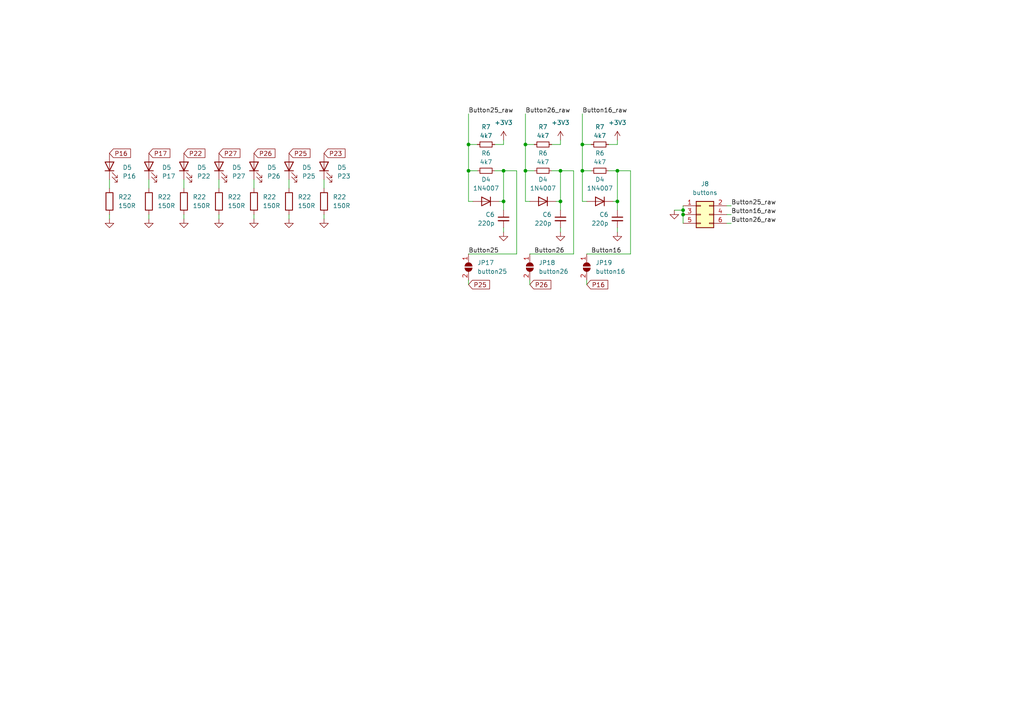
<source format=kicad_sch>
(kicad_sch (version 20230121) (generator eeschema)
  (paper "A4")
  (lib_symbols
    (symbol "Connector_Generic:Conn_02x03_Odd_Even" (pin_names (offset 1.016) hide)
      (property "Reference" "J" (at 1.27 5.08 0))
      (property "Value" "Conn_02x03_Odd_Even" (at 1.27 -5.08 0))
      (symbol "Conn_02x03_Odd_Even_1_1"
        (rectangle (start -1.27 -2.413) (end 0 -2.667) (stroke (width 0.1524)))
        (rectangle (start -1.27 0.127) (end 0 -0.127) (stroke (width 0.1524)))
        (rectangle (start -1.27 2.667) (end 0 2.413) (stroke (width 0.1524)))
        (rectangle (start -1.27 3.81) (end 3.81 -3.81) (stroke (width 0.254)) (fill (type background)))
        (rectangle (start 3.81 -2.413) (end 2.54 -2.667) (stroke (width 0.1524)))
        (rectangle (start 3.81 0.127) (end 2.54 -0.127) (stroke (width 0.1524)))
        (rectangle (start 3.81 2.667) (end 2.54 2.413) (stroke (width 0.1524)))
        (pin passive line (at -5.08 2.54 0) (length 3.81) (name "Pin_1") (number "1"))
        (pin passive line (at 7.62 2.54 180) (length 3.81) (name "Pin_2") (number "2"))
        (pin passive line (at -5.08 0 0) (length 3.81) (name "Pin_3") (number "3"))
        (pin passive line (at 7.62 0 180) (length 3.81) (name "Pin_4") (number "4"))
        (pin passive line (at -5.08 -2.54 0) (length 3.81) (name "Pin_5") (number "5"))
        (pin passive line (at 7.62 -2.54 180) (length 3.81) (name "Pin_6") (number "6"))
      )
    )
    (symbol "Device:C_Small" (pin_numbers hide) (pin_names (offset 0.254) hide)
      (property "Reference" "C" (at 0.254 1.778 0))
      (property "Value" "C_Small" (at 0.254 -2.032 0))
      (symbol "C_Small_0_1"
        (polyline (pts (xy -1.524 -0.508) (xy 1.524 -0.508)) (stroke (width 0.3302)))
        (polyline (pts (xy -1.524 0.508) (xy 1.524 0.508)) (stroke (width 0.3048)))
      )
      (symbol "C_Small_1_1"
        (pin passive line (at 0 2.54 270) (length 2.032) (name "~") (number "1"))
        (pin passive line (at 0 -2.54 90) (length 2.032) (name "~") (number "2"))
      )
    )
    (symbol "Device:LED" (pin_numbers hide) (pin_names (offset 1.016) hide)
      (property "Reference" "D" (at 0 2.54 0))
      (property "Value" "LED" (at 0 -2.54 0))
      (symbol "LED_0_1"
        (polyline (pts (xy -1.27 -1.27) (xy -1.27 1.27)) (stroke (width 0.254)))
        (polyline (pts (xy -1.27 0) (xy 1.27 0)))
        (polyline (pts (xy 1.27 -1.27) (xy 1.27 1.27) (xy -1.27 0) (xy 1.27 -1.27)) (stroke (width 0.254)))
        (polyline (pts (xy -3.048 -0.762) (xy -4.572 -2.286) (xy -3.81 -2.286) (xy -4.572 -2.286) (xy -4.572 -1.524)))
        (polyline (pts (xy -1.778 -0.762) (xy -3.302 -2.286) (xy -2.54 -2.286) (xy -3.302 -2.286) (xy -3.302 -1.524)))
      )
      (symbol "LED_1_1"
        (pin passive line (at -3.81 0 0) (length 2.54) (name "K") (number "1"))
        (pin passive line (at 3.81 0 180) (length 2.54) (name "A") (number "2"))
      )
    )
    (symbol "Device:R" (pin_numbers hide) (pin_names (offset 0))
      (property "Reference" "R" (at 2.032 0 90))
      (property "Value" "R" (at 0 0 90))
      (symbol "R_0_1"
        (rectangle (start -1.016 -2.54) (end 1.016 2.54) (stroke (width 0.254)))
      )
      (symbol "R_1_1"
        (pin passive line (at 0 3.81 270) (length 1.27) (name "~") (number "1"))
        (pin passive line (at 0 -3.81 90) (length 1.27) (name "~") (number "2"))
      )
    )
    (symbol "Device:R_Small" (pin_numbers hide) (pin_names (offset 0.254) hide)
      (property "Reference" "R" (at 0.762 0.508 0))
      (property "Value" "R_Small" (at 0.762 -1.016 0))
      (symbol "R_Small_0_1"
        (rectangle (start -0.762 1.778) (end 0.762 -1.778) (stroke (width 0.2032)))
      )
      (symbol "R_Small_1_1"
        (pin passive line (at 0 2.54 270) (length 0.762) (name "~") (number "1"))
        (pin passive line (at 0 -2.54 90) (length 0.762) (name "~") (number "2"))
      )
    )
    (symbol "Diode:1N4007" (pin_numbers hide) (pin_names hide)
      (property "Reference" "D" (at 0 2.54 0))
      (property "Value" "1N4007" (at 0 -2.54 0))
      (symbol "1N4007_0_1"
        (polyline (pts (xy -1.27 1.27) (xy -1.27 -1.27)) (stroke (width 0.254)))
        (polyline (pts (xy 1.27 0) (xy -1.27 0)))
        (polyline (pts (xy 1.27 1.27) (xy 1.27 -1.27) (xy -1.27 0) (xy 1.27 1.27)) (stroke (width 0.254)))
      )
      (symbol "1N4007_1_1"
        (pin passive line (at -3.81 0 0) (length 2.54) (name "K") (number "1"))
        (pin passive line (at 3.81 0 180) (length 2.54) (name "A") (number "2"))
      )
    )
    (symbol "Jumper:SolderJumper_2_Open" (pin_names (offset 0) hide)
      (property "Reference" "JP" (at 0 2.032 0))
      (property "Value" "SolderJumper_2_Open" (at 0 -2.54 0))
      (symbol "SolderJumper_2_Open_0_1"
        (arc (start -0.254 1.016) (mid -1.2656 0) (end -0.254 -1.016))
        (arc (start -0.254 1.016) (mid -1.2656 0) (end -0.254 -1.016) (fill (type outline)))
        (polyline (pts (xy -0.254 1.016) (xy -0.254 -1.016)))
        (polyline (pts (xy 0.254 1.016) (xy 0.254 -1.016)))
        (arc (start 0.254 -1.016) (mid 1.2656 0) (end 0.254 1.016))
        (arc (start 0.254 -1.016) (mid 1.2656 0) (end 0.254 1.016) (fill (type outline)))
      )
      (symbol "SolderJumper_2_Open_1_1"
        (pin passive line (at -3.81 0 0) (length 2.54) (name "A") (number "1"))
        (pin passive line (at 3.81 0 180) (length 2.54) (name "B") (number "2"))
      )
    )
    (symbol "power:+3V3" (power) (pin_names (offset 0))
      (property "Value" "+3V3" (at 0 3.556 0))
      (symbol "+3V3_0_1"
        (polyline (pts (xy -0.762 1.27) (xy 0 2.54)))
        (polyline (pts (xy 0 0) (xy 0 2.54)))
        (polyline (pts (xy 0 2.54) (xy 0.762 1.27)))
      )
      (symbol "+3V3_1_1"
        (pin power_in line (at 0 0 90) (length 0) hide (name "+3V3") (number "1"))
      )
    )
    (symbol "power:GND" (power) (pin_names (offset 0))
      (property "Value" "GND" (at 0 -3.81 0))
      (symbol "GND_0_1"
        (polyline (pts (xy 0 0) (xy 0 -1.27) (xy 1.27 -1.27) (xy 0 -2.54) (xy -1.27 -1.27) (xy 0 -1.27)))
      )
      (symbol "GND_1_1"
        (pin power_in line (at 0 0 270) (length 0) hide (name "GND") (number "1"))
      )
    )
  )
  (junction (at 146.05 58.42))
  (junction (at 135.89 49.53))
  (junction (at 146.05 49.53))
  (junction (at 152.4 49.53))
  (junction (at 152.4 41.91))
  (junction (at 198.12 60.96))
  (junction (at 162.56 58.42))
  (junction (at 179.07 49.53))
  (junction (at 179.07 58.42))
  (junction (at 168.91 41.91))
  (junction (at 198.12 62.23))
  (junction (at 135.89 41.91))
  (junction (at 162.56 49.53))
  (junction (at 168.91 49.53))
  (wire (pts (xy 168.91 58.42) (xy 168.91 49.53)))
  (wire (pts (xy 63.5 63.5) (xy 63.5 62.23)))
  (wire (pts (xy 135.89 41.91) (xy 135.89 49.53)))
  (wire (pts (xy 179.07 58.42) (xy 179.07 60.96)))
  (wire (pts (xy 168.91 49.53) (xy 171.45 49.53)))
  (wire (pts (xy 146.05 58.42) (xy 146.05 60.96)))
  (wire (pts (xy 195.58 60.96) (xy 198.12 60.96)))
  (wire (pts (xy 212.09 62.23) (xy 210.82 62.23)))
  (wire (pts (xy 73.66 54.61) (xy 73.66 52.07)))
  (wire (pts (xy 152.4 58.42) (xy 152.4 49.53)))
  (wire (pts (xy 168.91 41.91) (xy 171.45 41.91)))
  (wire (pts (xy 212.09 59.69) (xy 210.82 59.69)))
  (wire (pts (xy 198.12 60.96) (xy 198.12 62.23)))
  (wire (pts (xy 93.98 54.61) (xy 93.98 52.07)))
  (wire (pts (xy 152.4 41.91) (xy 154.94 41.91)))
  (wire (pts (xy 135.89 33.02) (xy 135.89 41.91)))
  (wire (pts (xy 152.4 33.02) (xy 152.4 41.91)))
  (wire (pts (xy 135.89 58.42) (xy 135.89 49.53)))
  (wire (pts (xy 135.89 82.55) (xy 135.89 81.28)))
  (wire (pts (xy 168.91 58.42) (xy 170.18 58.42)))
  (wire (pts (xy 182.88 49.53) (xy 179.07 49.53)))
  (wire (pts (xy 212.09 64.77) (xy 210.82 64.77)))
  (wire (pts (xy 168.91 33.02) (xy 168.91 41.91)))
  (wire (pts (xy 162.56 41.91) (xy 160.02 41.91)))
  (wire (pts (xy 135.89 49.53) (xy 138.43 49.53)))
  (wire (pts (xy 162.56 66.04) (xy 162.56 67.31)))
  (wire (pts (xy 143.51 49.53) (xy 146.05 49.53)))
  (wire (pts (xy 198.12 62.23) (xy 198.12 64.77)))
  (wire (pts (xy 146.05 58.42) (xy 144.78 58.42)))
  (wire (pts (xy 53.34 63.5) (xy 53.34 62.23)))
  (wire (pts (xy 179.07 66.04) (xy 179.07 67.31)))
  (wire (pts (xy 152.4 58.42) (xy 153.67 58.42)))
  (wire (pts (xy 149.86 73.66) (xy 149.86 49.53)))
  (wire (pts (xy 170.18 82.55) (xy 170.18 81.28)))
  (wire (pts (xy 179.07 41.91) (xy 176.53 41.91)))
  (wire (pts (xy 160.02 49.53) (xy 162.56 49.53)))
  (wire (pts (xy 135.89 58.42) (xy 137.16 58.42)))
  (wire (pts (xy 73.66 63.5) (xy 73.66 62.23)))
  (wire (pts (xy 182.88 73.66) (xy 182.88 49.53)))
  (wire (pts (xy 153.67 73.66) (xy 166.37 73.66)))
  (wire (pts (xy 162.56 49.53) (xy 162.56 58.42)))
  (wire (pts (xy 176.53 49.53) (xy 179.07 49.53)))
  (wire (pts (xy 146.05 41.91) (xy 143.51 41.91)))
  (wire (pts (xy 135.89 73.66) (xy 149.86 73.66)))
  (wire (pts (xy 53.34 54.61) (xy 53.34 52.07)))
  (wire (pts (xy 43.18 63.5) (xy 43.18 62.23)))
  (wire (pts (xy 162.56 58.42) (xy 162.56 60.96)))
  (wire (pts (xy 152.4 41.91) (xy 152.4 49.53)))
  (wire (pts (xy 179.07 40.64) (xy 179.07 41.91)))
  (wire (pts (xy 153.67 82.55) (xy 153.67 81.28)))
  (wire (pts (xy 43.18 54.61) (xy 43.18 52.07)))
  (wire (pts (xy 149.86 49.53) (xy 146.05 49.53)))
  (wire (pts (xy 168.91 41.91) (xy 168.91 49.53)))
  (wire (pts (xy 31.75 63.5) (xy 31.75 62.23)))
  (wire (pts (xy 83.82 63.5) (xy 83.82 62.23)))
  (wire (pts (xy 31.75 54.61) (xy 31.75 52.07)))
  (wire (pts (xy 83.82 54.61) (xy 83.82 52.07)))
  (wire (pts (xy 166.37 49.53) (xy 162.56 49.53)))
  (wire (pts (xy 170.18 73.66) (xy 182.88 73.66)))
  (wire (pts (xy 135.89 41.91) (xy 138.43 41.91)))
  (wire (pts (xy 146.05 66.04) (xy 146.05 67.31)))
  (wire (pts (xy 179.07 49.53) (xy 179.07 58.42)))
  (wire (pts (xy 198.12 59.69) (xy 198.12 60.96)))
  (wire (pts (xy 93.98 63.5) (xy 93.98 62.23)))
  (wire (pts (xy 162.56 58.42) (xy 161.29 58.42)))
  (wire (pts (xy 63.5 54.61) (xy 63.5 52.07)))
  (wire (pts (xy 152.4 49.53) (xy 154.94 49.53)))
  (wire (pts (xy 162.56 40.64) (xy 162.56 41.91)))
  (wire (pts (xy 146.05 49.53) (xy 146.05 58.42)))
  (wire (pts (xy 166.37 73.66) (xy 166.37 49.53)))
  (wire (pts (xy 179.07 58.42) (xy 177.8 58.42)))
  (wire (pts (xy 146.05 40.64) (xy 146.05 41.91)))
  (label "Button26" (at 154.94 73.66 0))
  (label "Button26_raw" (at 212.09 64.77 0))
  (label "Button25_raw" (at 212.09 59.69 0))
  (label "Button25_raw" (at 135.89 33.02 0))
  (label "Button25" (at 135.89 73.66 0))
  (label "Button16" (at 171.45 73.66 0))
  (label "Button26_raw" (at 152.4 33.02 0))
  (label "Button16_raw" (at 168.91 33.02 0))
  (label "Button16_raw" (at 212.09 62.23 0))
  (global_label "P25" (shape input) (at 135.89 82.55 0) (property "Intersheetrefs" "${INTERSHEET_REFS}" (effects hide)))
  (global_label "P27" (shape input) (at 63.5 44.45 0) (property "Intersheetrefs" "${INTERSHEET_REFS}" (effects hide)))
  (global_label "P26" (shape input) (at 153.67 82.55 0) (property "Intersheetrefs" "${INTERSHEET_REFS}" (effects hide)))
  (global_label "P26" (shape input) (at 73.66 44.45 0) (property "Intersheetrefs" "${INTERSHEET_REFS}" (effects hide)))
  (global_label "P23" (shape input) (at 93.98 44.45 0) (property "Intersheetrefs" "${INTERSHEET_REFS}" (effects hide)))
  (global_label "P16" (shape input) (at 170.18 82.55 0) (property "Intersheetrefs" "${INTERSHEET_REFS}" (effects hide)))
  (global_label "P25" (shape input) (at 83.82 44.45 0) (property "Intersheetrefs" "${INTERSHEET_REFS}" (effects hide)))
  (global_label "P17" (shape input) (at 43.18 44.45 0) (property "Intersheetrefs" "${INTERSHEET_REFS}" (effects hide)))
  (global_label "P16" (shape input) (at 31.75 44.45 0) (property "Intersheetrefs" "${INTERSHEET_REFS}" (effects hide)))
  (global_label "P22" (shape input) (at 53.34 44.45 0) (property "Intersheetrefs" "${INTERSHEET_REFS}" (effects hide)))
  (symbol (lib_id "Diode:1N4007") (at 157.48 58.42 0) (mirror y) (unit 1)
    (property "Reference" "D4" (at 157.48 52.07 0))
    (property "Value" "1N4007" (at 157.48 54.61 0))
    (property "Footprint" "Diode_SMD:D_MiniMELF" (effects hide))
    (property "Datasheet" "http://www.vishay.com/docs/88503/1n4001.pdf" (effects hide))
    (property "Sim.Device" "D" (effects hide))
    (property "Sim.Pins" "1=K 2=A" (effects hide))
    (instances (project "rearbox_nucleo_1" (path "" (reference "D4") (unit 1))) (project "RpiHat" (path "" (reference "D9") (unit 1)) (path "" (reference "D11") (unit 1))))
  )
  (symbol (lib_id "Device:R") (at 63.5 58.42 0) (unit 1)
    (property "Reference" "R22" (at 66.04 57.15 0) (effects (justify left)))
    (property "Value" "150R" (at 66.04 59.69 0) (effects (justify left)))
    (property "Footprint" "Resistor_SMD:R_0603_1608Metric" (effects hide))
    (instances (project "rearbox_nucleo_1" (path "" (reference "R22") (unit 1)) (path "" (reference "R23") (unit 1))) (project "RpiHat" (path "" (reference "R26") (unit 1)) (path "" (reference "R7") (unit 1)) (path "" (reference "R34") (unit 1))) (project "BMS_MASTER_STM32F105RC" (path "" (reference "R17") (unit 1))))
  )
  (symbol (lib_id "Device:LED") (at 43.18 48.26 90) (unit 1)
    (property "Reference" "D5" (at 46.99 48.5775 90) (effects (justify right)))
    (property "Value" "P17" (at 46.99 51.1175 90) (effects (justify right)))
    (property "Footprint" "LED_SMD:LED_0603_1608Metric" (effects hide))
    (instances (project "rearbox_nucleo_1" (path "" (reference "D5") (unit 1)) (path "" (reference "D9") (unit 1))) (project "RpiHat" (path "" (reference "D21") (unit 1)) (path "" (reference "D4") (unit 1)) (path "" (reference "D14") (unit 1))) (project "BMS_MASTER_STM32F105RC" (path "" (reference "D1") (unit 1))))
  )
  (symbol (lib_id "Device:R") (at 83.82 58.42 0) (unit 1)
    (property "Reference" "R22" (at 86.36 57.15 0) (effects (justify left)))
    (property "Value" "150R" (at 86.36 59.69 0) (effects (justify left)))
    (property "Footprint" "Resistor_SMD:R_0603_1608Metric" (effects hide))
    (instances (project "rearbox_nucleo_1" (path "" (reference "R22") (unit 1)) (path "" (reference "R23") (unit 1))) (project "RpiHat" (path "" (reference "R28") (unit 1)) (path "" (reference "R7") (unit 1)) (path "" (reference "R36") (unit 1))) (project "BMS_MASTER_STM32F105RC" (path "" (reference "R17") (unit 1))))
  )
  (symbol (lib_id "Jumper:SolderJumper_2_Open") (at 135.89 77.47 270) (unit 1)
    (property "Reference" "JP17" (at 138.43 76.2 90) (effects (justify left)))
    (property "Value" "button25" (at 138.43 78.74 90) (effects (justify left)))
    (property "Footprint" "Jumper:SolderJumper-2_P1.3mm_Open_Pad1.0x1.5mm" (effects hide))
  )
  (symbol (lib_id "Connector_Generic:Conn_02x03_Odd_Even") (at 203.2 62.23 0) (unit 1)
    (property "Reference" "J8" (at 204.47 53.34 0))
    (property "Value" "buttons" (at 204.47 55.88 0))
    (property "Footprint" "Connector_IDC:IDC-Header_2x03_P2.54mm_Vertical" (effects hide))
  )
  (symbol (lib_id "Device:C_Small") (at 179.07 63.5 0) (mirror y) (unit 1)
    (property "Reference" "C6" (at 176.53 62.2363 0) (effects (justify left)))
    (property "Value" "220p" (at 176.53 64.7763 0) (effects (justify left)))
    (property "Footprint" "Capacitor_SMD:C_0805_2012Metric" (effects hide))
    (instances (project "rearbox_nucleo_1" (path "" (reference "C6") (unit 1))) (project "RpiHat" (path "" (reference "C13") (unit 1)) (path "" (reference "C15") (unit 1))))
  )
  (symbol (lib_id "power:GND") (at 93.98 63.5 0) (unit 1)
    (property "Reference" "#PWR0104" (effects hide))
    (property "Value" "GND" (effects hide))
    (instances (project "rearbox_nucleo_1" (path "" (reference "#PWR0104") (unit 1)) (path "" (reference "#PWR0128") (unit 1))) (project "RpiHat" (path "" (reference "#PWR065") (unit 1)) (path "" (reference "#PWR029") (unit 1)) (path "" (reference "#PWR073") (unit 1))) (project "BMS_MASTER_STM32F105RC" (path "" (reference "#PWR080") (unit 1))))
  )
  (symbol (lib_id "Device:R_Small") (at 173.99 41.91 90) (unit 1)
    (property "Reference" "R7" (at 173.99 36.83 90))
    (property "Value" "4k7" (at 173.99 39.37 90))
    (property "Footprint" "Resistor_SMD:R_0603_1608Metric" (effects hide))
    (instances (project "rearbox_nucleo_1" (path "" (reference "R7") (unit 1))) (project "RpiHat" (path "" (reference "R23") (unit 1)) (path "" (reference "R20") (unit 1))))
  )
  (symbol (lib_id "Diode:1N4007") (at 173.99 58.42 0) (mirror y) (unit 1)
    (property "Reference" "D4" (at 173.99 52.07 0))
    (property "Value" "1N4007" (at 173.99 54.61 0))
    (property "Footprint" "Diode_SMD:D_MiniMELF" (effects hide))
    (property "Datasheet" "http://www.vishay.com/docs/88503/1n4001.pdf" (effects hide))
    (property "Sim.Device" "D" (effects hide))
    (property "Sim.Pins" "1=K 2=A" (effects hide))
    (instances (project "rearbox_nucleo_1" (path "" (reference "D4") (unit 1))) (project "RpiHat" (path "" (reference "D10") (unit 1)) (path "" (reference "D12") (unit 1))))
  )
  (symbol (lib_id "power:GND") (at 73.66 63.5 0) (unit 1)
    (property "Reference" "#PWR0104" (effects hide))
    (property "Value" "GND" (effects hide))
    (instances (project "rearbox_nucleo_1" (path "" (reference "#PWR0104") (unit 1)) (path "" (reference "#PWR0128") (unit 1))) (project "RpiHat" (path "" (reference "#PWR062") (unit 1)) (path "" (reference "#PWR029") (unit 1)) (path "" (reference "#PWR070") (unit 1))) (project "BMS_MASTER_STM32F105RC" (path "" (reference "#PWR080") (unit 1))))
  )
  (symbol (lib_id "power:GND") (at 162.56 67.31 0) (unit 1)
    (property "Reference" "#PWR057" (effects hide))
    (property "Value" "GND" (effects hide))
    (instances (project "rearbox_nucleo_1" (path "" (reference "#PWR057") (unit 1))) (project "RpiHat" (path "" (reference "#PWR057") (unit 1)) (path "" (reference "#PWR062") (unit 1))))
  )
  (symbol (lib_id "Device:LED") (at 53.34 48.26 90) (unit 1)
    (property "Reference" "D5" (at 57.15 48.5775 90) (effects (justify right)))
    (property "Value" "P22" (at 57.15 51.1175 90) (effects (justify right)))
    (property "Footprint" "LED_SMD:LED_0603_1608Metric" (effects hide))
    (instances (project "rearbox_nucleo_1" (path "" (reference "D5") (unit 1)) (path "" (reference "D9") (unit 1))) (project "RpiHat" (path "" (reference "D11") (unit 1)) (path "" (reference "D4") (unit 1)) (path "" (reference "D15") (unit 1))) (project "BMS_MASTER_STM32F105RC" (path "" (reference "D1") (unit 1))))
  )
  (symbol (lib_id "Device:R") (at 73.66 58.42 0) (unit 1)
    (property "Reference" "R22" (at 76.2 57.15 0) (effects (justify left)))
    (property "Value" "150R" (at 76.2 59.69 0) (effects (justify left)))
    (property "Footprint" "Resistor_SMD:R_0603_1608Metric" (effects hide))
    (instances (project "rearbox_nucleo_1" (path "" (reference "R22") (unit 1)) (path "" (reference "R23") (unit 1))) (project "RpiHat" (path "" (reference "R27") (unit 1)) (path "" (reference "R7") (unit 1)) (path "" (reference "R35") (unit 1))) (project "BMS_MASTER_STM32F105RC" (path "" (reference "R17") (unit 1))))
  )
  (symbol (lib_id "power:GND") (at 195.58 60.96 0) (mirror y) (unit 1)
    (property "Reference" "#PWR057" (effects hide))
    (property "Value" "GND" (effects hide))
    (instances (project "rearbox_nucleo_1" (path "" (reference "#PWR057") (unit 1))) (project "RpiHat" (path "" (reference "#PWR059") (unit 1)) (path "" (reference "#PWR022") (unit 1))))
  )
  (symbol (lib_id "Device:LED") (at 83.82 48.26 90) (unit 1)
    (property "Reference" "D5" (at 87.63 48.5775 90) (effects (justify right)))
    (property "Value" "P25" (at 87.63 51.1175 90) (effects (justify right)))
    (property "Footprint" "LED_SMD:LED_0603_1608Metric" (effects hide))
    (instances (project "rearbox_nucleo_1" (path "" (reference "D5") (unit 1)) (path "" (reference "D9") (unit 1))) (project "RpiHat" (path "" (reference "D14") (unit 1)) (path "" (reference "D4") (unit 1)) (path "" (reference "D20") (unit 1))) (project "BMS_MASTER_STM32F105RC" (path "" (reference "D1") (unit 1))))
  )
  (symbol (lib_id "Device:R_Small") (at 157.48 41.91 90) (unit 1)
    (property "Reference" "R7" (at 157.48 36.83 90))
    (property "Value" "4k7" (at 157.48 39.37 90))
    (property "Footprint" "Resistor_SMD:R_0603_1608Metric" (effects hide))
    (instances (project "rearbox_nucleo_1" (path "" (reference "R7") (unit 1))) (project "RpiHat" (path "" (reference "R21") (unit 1)) (path "" (reference "R19") (unit 1))))
  )
  (symbol (lib_id "power:+3V3") (at 179.07 40.64 0) (unit 1)
    (property "Reference" "#PWR056" (effects hide))
    (property "Value" "+3V3" (at 179.07 35.56 0))
    (instances (project "rearbox_nucleo_1" (path "" (reference "#PWR056") (unit 1))) (project "RpiHat" (path "" (reference "#PWR058") (unit 1)) (path "" (reference "#PWR055") (unit 1))))
  )
  (symbol (lib_id "Device:R") (at 43.18 58.42 0) (unit 1)
    (property "Reference" "R22" (at 45.72 57.15 0) (effects (justify left)))
    (property "Value" "150R" (at 45.72 59.69 0) (effects (justify left)))
    (property "Footprint" "Resistor_SMD:R_0603_1608Metric" (effects hide))
    (instances (project "rearbox_nucleo_1" (path "" (reference "R22") (unit 1)) (path "" (reference "R23") (unit 1))) (project "RpiHat" (path "" (reference "R37") (unit 1)) (path "" (reference "R7") (unit 1)) (path "" (reference "R30") (unit 1))) (project "BMS_MASTER_STM32F105RC" (path "" (reference "R17") (unit 1))))
  )
  (symbol (lib_id "Device:R") (at 93.98 58.42 0) (unit 1)
    (property "Reference" "R22" (at 96.52 57.15 0) (effects (justify left)))
    (property "Value" "150R" (at 96.52 59.69 0) (effects (justify left)))
    (property "Footprint" "Resistor_SMD:R_0603_1608Metric" (effects hide))
    (instances (project "rearbox_nucleo_1" (path "" (reference "R22") (unit 1)) (path "" (reference "R23") (unit 1))) (project "RpiHat" (path "" (reference "R30") (unit 1)) (path "" (reference "R7") (unit 1)) (path "" (reference "R38") (unit 1))) (project "BMS_MASTER_STM32F105RC" (path "" (reference "R17") (unit 1))))
  )
  (symbol (lib_id "Device:LED") (at 73.66 48.26 90) (unit 1)
    (property "Reference" "D5" (at 77.47 48.5775 90) (effects (justify right)))
    (property "Value" "P26" (at 77.47 51.1175 90) (effects (justify right)))
    (property "Footprint" "LED_SMD:LED_0603_1608Metric" (effects hide))
    (instances (project "rearbox_nucleo_1" (path "" (reference "D5") (unit 1)) (path "" (reference "D9") (unit 1))) (project "RpiHat" (path "" (reference "D13") (unit 1)) (path "" (reference "D4") (unit 1)) (path "" (reference "D19") (unit 1))) (project "BMS_MASTER_STM32F105RC" (path "" (reference "D1") (unit 1))))
  )
  (symbol (lib_id "Device:R_Small") (at 140.97 41.91 90) (unit 1)
    (property "Reference" "R7" (at 140.97 36.83 90))
    (property "Value" "4k7" (at 140.97 39.37 90))
    (property "Footprint" "Resistor_SMD:R_0603_1608Metric" (effects hide))
    (instances (project "rearbox_nucleo_1" (path "" (reference "R7") (unit 1))) (project "RpiHat" (path "" (reference "R19") (unit 1)) (path "" (reference "R18") (unit 1))))
  )
  (symbol (lib_id "Diode:1N4007") (at 140.97 58.42 0) (mirror y) (unit 1)
    (property "Reference" "D4" (at 140.97 52.07 0))
    (property "Value" "1N4007" (at 140.97 54.61 0))
    (property "Footprint" "Diode_SMD:D_MiniMELF" (effects hide))
    (property "Datasheet" "http://www.vishay.com/docs/88503/1n4001.pdf" (effects hide))
    (property "Sim.Device" "D" (effects hide))
    (property "Sim.Pins" "1=K 2=A" (effects hide))
    (instances (project "rearbox_nucleo_1" (path "" (reference "D4") (unit 1))) (project "RpiHat" (path "" (reference "D8") (unit 1)) (path "" (reference "D10") (unit 1))))
  )
  (symbol (lib_id "power:+3V3") (at 162.56 40.64 0) (unit 1)
    (property "Reference" "#PWR056" (effects hide))
    (property "Value" "+3V3" (at 162.56 35.56 0))
    (instances (project "rearbox_nucleo_1" (path "" (reference "#PWR056") (unit 1))) (project "RpiHat" (path "" (reference "#PWR056") (unit 1)) (path "" (reference "#PWR054") (unit 1))))
  )
  (symbol (lib_id "power:GND") (at 83.82 63.5 0) (unit 1)
    (property "Reference" "#PWR0104" (effects hide))
    (property "Value" "GND" (effects hide))
    (instances (project "rearbox_nucleo_1" (path "" (reference "#PWR0104") (unit 1)) (path "" (reference "#PWR0128") (unit 1))) (project "RpiHat" (path "" (reference "#PWR063") (unit 1)) (path "" (reference "#PWR029") (unit 1)) (path "" (reference "#PWR071") (unit 1))) (project "BMS_MASTER_STM32F105RC" (path "" (reference "#PWR080") (unit 1))))
  )
  (symbol (lib_id "Jumper:SolderJumper_2_Open") (at 153.67 77.47 270) (unit 1)
    (property "Reference" "JP18" (at 156.21 76.2 90) (effects (justify left)))
    (property "Value" "button26" (at 156.21 78.74 90) (effects (justify left)))
    (property "Footprint" "Jumper:SolderJumper-2_P1.3mm_Open_Pad1.0x1.5mm" (effects hide))
  )
  (symbol (lib_id "Device:R_Small") (at 173.99 49.53 90) (unit 1)
    (property "Reference" "R6" (at 173.99 44.45 90))
    (property "Value" "4k7" (at 173.99 46.99 90))
    (property "Footprint" "Resistor_SMD:R_0603_1608Metric" (effects hide))
    (instances (project "rearbox_nucleo_1" (path "" (reference "R6") (unit 1))) (project "RpiHat" (path "" (reference "R24") (unit 1)) (path "" (reference "R28") (unit 1))))
  )
  (symbol (lib_id "Device:R") (at 31.75 58.42 0) (unit 1)
    (property "Reference" "R22" (at 34.29 57.15 0) (effects (justify left)))
    (property "Value" "150R" (at 34.29 59.69 0) (effects (justify left)))
    (property "Footprint" "Resistor_SMD:R_0603_1608Metric" (effects hide))
    (instances (project "rearbox_nucleo_1" (path "" (reference "R22") (unit 1)) (path "" (reference "R23") (unit 1))) (project "RpiHat" (path "" (reference "R38") (unit 1)) (path "" (reference "R7") (unit 1)) (path "" (reference "R29") (unit 1))) (project "BMS_MASTER_STM32F105RC" (path "" (reference "R17") (unit 1))))
  )
  (symbol (lib_id "Device:LED") (at 63.5 48.26 90) (unit 1)
    (property "Reference" "D5" (at 67.31 48.5775 90) (effects (justify right)))
    (property "Value" "P27" (at 67.31 51.1175 90) (effects (justify right)))
    (property "Footprint" "LED_SMD:LED_0603_1608Metric" (effects hide))
    (instances (project "rearbox_nucleo_1" (path "" (reference "D5") (unit 1)) (path "" (reference "D9") (unit 1))) (project "RpiHat" (path "" (reference "D12") (unit 1)) (path "" (reference "D4") (unit 1)) (path "" (reference "D16") (unit 1))) (project "BMS_MASTER_STM32F105RC" (path "" (reference "D1") (unit 1))))
  )
  (symbol (lib_id "power:GND") (at 43.18 63.5 0) (unit 1)
    (property "Reference" "#PWR0104" (effects hide))
    (property "Value" "GND" (effects hide))
    (instances (project "rearbox_nucleo_1" (path "" (reference "#PWR0104") (unit 1)) (path "" (reference "#PWR0128") (unit 1))) (project "RpiHat" (path "" (reference "#PWR072") (unit 1)) (path "" (reference "#PWR029") (unit 1)) (path "" (reference "#PWR065") (unit 1))) (project "BMS_MASTER_STM32F105RC" (path "" (reference "#PWR080") (unit 1))))
  )
  (symbol (lib_id "Device:R") (at 53.34 58.42 0) (unit 1)
    (property "Reference" "R22" (at 55.88 57.15 0) (effects (justify left)))
    (property "Value" "150R" (at 55.88 59.69 0) (effects (justify left)))
    (property "Footprint" "Resistor_SMD:R_0603_1608Metric" (effects hide))
    (instances (project "rearbox_nucleo_1" (path "" (reference "R22") (unit 1)) (path "" (reference "R23") (unit 1))) (project "RpiHat" (path "" (reference "R25") (unit 1)) (path "" (reference "R7") (unit 1)) (path "" (reference "R33") (unit 1))) (project "BMS_MASTER_STM32F105RC" (path "" (reference "R17") (unit 1))))
  )
  (symbol (lib_id "Jumper:SolderJumper_2_Open") (at 170.18 77.47 270) (unit 1)
    (property "Reference" "JP19" (at 172.72 76.2 90) (effects (justify left)))
    (property "Value" "button16" (at 172.72 78.74 90) (effects (justify left)))
    (property "Footprint" "Jumper:SolderJumper-2_P1.3mm_Open_Pad1.0x1.5mm" (effects hide))
  )
  (symbol (lib_id "power:GND") (at 63.5 63.5 0) (unit 1)
    (property "Reference" "#PWR0104" (effects hide))
    (property "Value" "GND" (effects hide))
    (instances (project "rearbox_nucleo_1" (path "" (reference "#PWR0104") (unit 1)) (path "" (reference "#PWR0128") (unit 1))) (project "RpiHat" (path "" (reference "#PWR060") (unit 1)) (path "" (reference "#PWR029") (unit 1)) (path "" (reference "#PWR069") (unit 1))) (project "BMS_MASTER_STM32F105RC" (path "" (reference "#PWR080") (unit 1))))
  )
  (symbol (lib_id "Device:R_Small") (at 140.97 49.53 90) (unit 1)
    (property "Reference" "R6" (at 140.97 44.45 90))
    (property "Value" "4k7" (at 140.97 46.99 90))
    (property "Footprint" "Resistor_SMD:R_0603_1608Metric" (effects hide))
    (instances (project "rearbox_nucleo_1" (path "" (reference "R6") (unit 1))) (project "RpiHat" (path "" (reference "R20") (unit 1)) (path "" (reference "R26") (unit 1))))
  )
  (symbol (lib_id "power:GND") (at 53.34 63.5 0) (unit 1)
    (property "Reference" "#PWR0104" (effects hide))
    (property "Value" "GND" (effects hide))
    (instances (project "rearbox_nucleo_1" (path "" (reference "#PWR0104") (unit 1)) (path "" (reference "#PWR0128") (unit 1))) (project "RpiHat" (path "" (reference "#PWR061") (unit 1)) (path "" (reference "#PWR029") (unit 1)) (path "" (reference "#PWR068") (unit 1))) (project "BMS_MASTER_STM32F105RC" (path "" (reference "#PWR080") (unit 1))))
  )
  (symbol (lib_id "power:GND") (at 179.07 67.31 0) (unit 1)
    (property "Reference" "#PWR057" (effects hide))
    (property "Value" "GND" (effects hide))
    (instances (project "rearbox_nucleo_1" (path "" (reference "#PWR057") (unit 1))) (project "RpiHat" (path "" (reference "#PWR059") (unit 1)) (path "" (reference "#PWR063") (unit 1))))
  )
  (symbol (lib_id "Device:C_Small") (at 162.56 63.5 0) (mirror y) (unit 1)
    (property "Reference" "C6" (at 160.02 62.2363 0) (effects (justify left)))
    (property "Value" "220p" (at 160.02 64.7763 0) (effects (justify left)))
    (property "Footprint" "Capacitor_SMD:C_0805_2012Metric" (effects hide))
    (instances (project "rearbox_nucleo_1" (path "" (reference "C6") (unit 1))) (project "RpiHat" (path "" (reference "C12") (unit 1)) (path "" (reference "C14") (unit 1))))
  )
  (symbol (lib_id "Device:LED") (at 93.98 48.26 90) (unit 1)
    (property "Reference" "D5" (at 97.79 48.5775 90) (effects (justify right)))
    (property "Value" "P23" (at 97.79 51.1175 90) (effects (justify right)))
    (property "Footprint" "LED_SMD:LED_0603_1608Metric" (effects hide))
    (instances (project "rearbox_nucleo_1" (path "" (reference "D5") (unit 1)) (path "" (reference "D9") (unit 1))) (project "RpiHat" (path "" (reference "D16") (unit 1)) (path "" (reference "D4") (unit 1)) (path "" (reference "D22") (unit 1))) (project "BMS_MASTER_STM32F105RC" (path "" (reference "D1") (unit 1))))
  )
  (symbol (lib_id "power:+3V3") (at 146.05 40.64 0) (unit 1)
    (property "Reference" "#PWR056" (effects hide))
    (property "Value" "+3V3" (at 146.05 35.56 0))
    (instances (project "rearbox_nucleo_1" (path "" (reference "#PWR056") (unit 1))) (project "RpiHat" (path "" (reference "#PWR054") (unit 1)) (path "" (reference "#PWR053") (unit 1))))
  )
  (symbol (lib_id "power:GND") (at 31.75 63.5 0) (unit 1)
    (property "Reference" "#PWR0104" (effects hide))
    (property "Value" "GND" (effects hide))
    (instances (project "rearbox_nucleo_1" (path "" (reference "#PWR0104") (unit 1)) (path "" (reference "#PWR0128") (unit 1))) (project "RpiHat" (path "" (reference "#PWR073") (unit 1)) (path "" (reference "#PWR029") (unit 1)) (path "" (reference "#PWR064") (unit 1))) (project "BMS_MASTER_STM32F105RC" (path "" (reference "#PWR080") (unit 1))))
  )
  (symbol (lib_id "Device:R_Small") (at 157.48 49.53 90) (unit 1)
    (property "Reference" "R6" (at 157.48 44.45 90))
    (property "Value" "4k7" (at 157.48 46.99 90))
    (property "Footprint" "Resistor_SMD:R_0603_1608Metric" (effects hide))
    (instances (project "rearbox_nucleo_1" (path "" (reference "R6") (unit 1))) (project "RpiHat" (path "" (reference "R22") (unit 1)) (path "" (reference "R27") (unit 1))))
  )
  (symbol (lib_id "power:GND") (at 146.05 67.31 0) (unit 1)
    (property "Reference" "#PWR057" (effects hide))
    (property "Value" "GND" (effects hide))
    (instances (project "rearbox_nucleo_1" (path "" (reference "#PWR057") (unit 1))) (project "RpiHat" (path "" (reference "#PWR055") (unit 1)) (path "" (reference "#PWR061") (unit 1))))
  )
  (symbol (lib_id "Device:C_Small") (at 146.05 63.5 0) (mirror y) (unit 1)
    (property "Reference" "C6" (at 143.51 62.2363 0) (effects (justify left)))
    (property "Value" "220p" (at 143.51 64.7763 0) (effects (justify left)))
    (property "Footprint" "Capacitor_SMD:C_0805_2012Metric" (effects hide))
    (instances (project "rearbox_nucleo_1" (path "" (reference "C6") (unit 1))) (project "RpiHat" (path "" (reference "C11") (unit 1)) (path "" (reference "C13") (unit 1))))
  )
  (symbol (lib_id "Device:LED") (at 31.75 48.26 90) (unit 1)
    (property "Reference" "D5" (at 35.56 48.5775 90) (effects (justify right)))
    (property "Value" "P16" (at 35.56 51.1175 90) (effects (justify right)))
    (property "Footprint" "LED_SMD:LED_0603_1608Metric" (effects hide))
    (instances (project "rearbox_nucleo_1" (path "" (reference "D5") (unit 1)) (path "" (reference "D9") (unit 1))) (project "RpiHat" (path "" (reference "D22") (unit 1)) (path "" (reference "D4") (unit 1)) (path "" (reference "D13") (unit 1))) (project "BMS_MASTER_STM32F105RC" (path "" (reference "D1") (unit 1))))
  )
)
</source>
